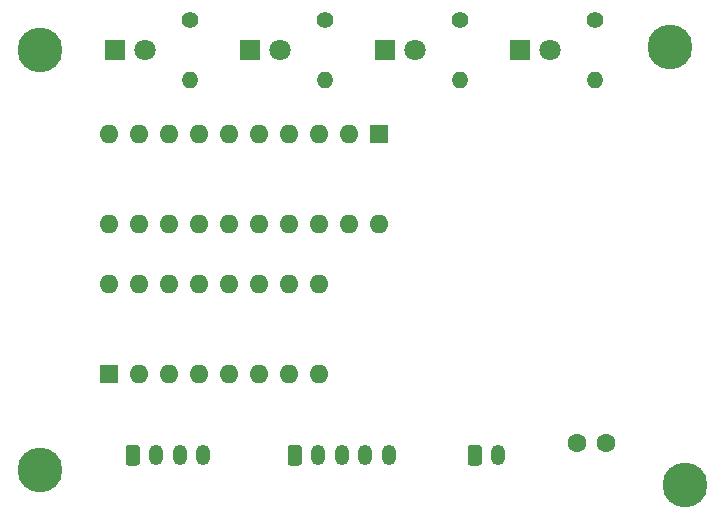
<source format=gbr>
G04 #@! TF.GenerationSoftware,KiCad,Pcbnew,(5.1.2-1)-1*
G04 #@! TF.CreationDate,2019-08-26T08:22:05+10:00*
G04 #@! TF.ProjectId,program-counter,70726f67-7261-46d2-9d63-6f756e746572,rev?*
G04 #@! TF.SameCoordinates,Original*
G04 #@! TF.FileFunction,Soldermask,Bot*
G04 #@! TF.FilePolarity,Negative*
%FSLAX46Y46*%
G04 Gerber Fmt 4.6, Leading zero omitted, Abs format (unit mm)*
G04 Created by KiCad (PCBNEW (5.1.2-1)-1) date 2019-08-26 08:22:05*
%MOMM*%
%LPD*%
G04 APERTURE LIST*
%ADD10C,3.790000*%
%ADD11C,1.600000*%
%ADD12C,1.800000*%
%ADD13R,1.800000X1.800000*%
%ADD14C,0.100000*%
%ADD15C,1.200000*%
%ADD16O,1.200000X1.750000*%
%ADD17O,1.400000X1.400000*%
%ADD18C,1.400000*%
%ADD19R,1.600000X1.600000*%
%ADD20O,1.600000X1.600000*%
G04 APERTURE END LIST*
D10*
X73660000Y-116840000D03*
X128270000Y-118110000D03*
X127000000Y-81026000D03*
X73660000Y-81280000D03*
D11*
X121626000Y-114554000D03*
X119126000Y-114554000D03*
D12*
X82550000Y-81280000D03*
D13*
X80010000Y-81280000D03*
X91440000Y-81280000D03*
D12*
X93980000Y-81280000D03*
X105410000Y-81280000D03*
D13*
X102870000Y-81280000D03*
X114300000Y-81280000D03*
D12*
X116840000Y-81280000D03*
D14*
G36*
X95624505Y-114696204D02*
G01*
X95648773Y-114699804D01*
X95672572Y-114705765D01*
X95695671Y-114714030D01*
X95717850Y-114724520D01*
X95738893Y-114737132D01*
X95758599Y-114751747D01*
X95776777Y-114768223D01*
X95793253Y-114786401D01*
X95807868Y-114806107D01*
X95820480Y-114827150D01*
X95830970Y-114849329D01*
X95839235Y-114872428D01*
X95845196Y-114896227D01*
X95848796Y-114920495D01*
X95850000Y-114944999D01*
X95850000Y-116195001D01*
X95848796Y-116219505D01*
X95845196Y-116243773D01*
X95839235Y-116267572D01*
X95830970Y-116290671D01*
X95820480Y-116312850D01*
X95807868Y-116333893D01*
X95793253Y-116353599D01*
X95776777Y-116371777D01*
X95758599Y-116388253D01*
X95738893Y-116402868D01*
X95717850Y-116415480D01*
X95695671Y-116425970D01*
X95672572Y-116434235D01*
X95648773Y-116440196D01*
X95624505Y-116443796D01*
X95600001Y-116445000D01*
X94899999Y-116445000D01*
X94875495Y-116443796D01*
X94851227Y-116440196D01*
X94827428Y-116434235D01*
X94804329Y-116425970D01*
X94782150Y-116415480D01*
X94761107Y-116402868D01*
X94741401Y-116388253D01*
X94723223Y-116371777D01*
X94706747Y-116353599D01*
X94692132Y-116333893D01*
X94679520Y-116312850D01*
X94669030Y-116290671D01*
X94660765Y-116267572D01*
X94654804Y-116243773D01*
X94651204Y-116219505D01*
X94650000Y-116195001D01*
X94650000Y-114944999D01*
X94651204Y-114920495D01*
X94654804Y-114896227D01*
X94660765Y-114872428D01*
X94669030Y-114849329D01*
X94679520Y-114827150D01*
X94692132Y-114806107D01*
X94706747Y-114786401D01*
X94723223Y-114768223D01*
X94741401Y-114751747D01*
X94761107Y-114737132D01*
X94782150Y-114724520D01*
X94804329Y-114714030D01*
X94827428Y-114705765D01*
X94851227Y-114699804D01*
X94875495Y-114696204D01*
X94899999Y-114695000D01*
X95600001Y-114695000D01*
X95624505Y-114696204D01*
X95624505Y-114696204D01*
G37*
D15*
X95250000Y-115570000D03*
D16*
X97250000Y-115570000D03*
X99250000Y-115570000D03*
X101250000Y-115570000D03*
X103250000Y-115570000D03*
D14*
G36*
X81908505Y-114696204D02*
G01*
X81932773Y-114699804D01*
X81956572Y-114705765D01*
X81979671Y-114714030D01*
X82001850Y-114724520D01*
X82022893Y-114737132D01*
X82042599Y-114751747D01*
X82060777Y-114768223D01*
X82077253Y-114786401D01*
X82091868Y-114806107D01*
X82104480Y-114827150D01*
X82114970Y-114849329D01*
X82123235Y-114872428D01*
X82129196Y-114896227D01*
X82132796Y-114920495D01*
X82134000Y-114944999D01*
X82134000Y-116195001D01*
X82132796Y-116219505D01*
X82129196Y-116243773D01*
X82123235Y-116267572D01*
X82114970Y-116290671D01*
X82104480Y-116312850D01*
X82091868Y-116333893D01*
X82077253Y-116353599D01*
X82060777Y-116371777D01*
X82042599Y-116388253D01*
X82022893Y-116402868D01*
X82001850Y-116415480D01*
X81979671Y-116425970D01*
X81956572Y-116434235D01*
X81932773Y-116440196D01*
X81908505Y-116443796D01*
X81884001Y-116445000D01*
X81183999Y-116445000D01*
X81159495Y-116443796D01*
X81135227Y-116440196D01*
X81111428Y-116434235D01*
X81088329Y-116425970D01*
X81066150Y-116415480D01*
X81045107Y-116402868D01*
X81025401Y-116388253D01*
X81007223Y-116371777D01*
X80990747Y-116353599D01*
X80976132Y-116333893D01*
X80963520Y-116312850D01*
X80953030Y-116290671D01*
X80944765Y-116267572D01*
X80938804Y-116243773D01*
X80935204Y-116219505D01*
X80934000Y-116195001D01*
X80934000Y-114944999D01*
X80935204Y-114920495D01*
X80938804Y-114896227D01*
X80944765Y-114872428D01*
X80953030Y-114849329D01*
X80963520Y-114827150D01*
X80976132Y-114806107D01*
X80990747Y-114786401D01*
X81007223Y-114768223D01*
X81025401Y-114751747D01*
X81045107Y-114737132D01*
X81066150Y-114724520D01*
X81088329Y-114714030D01*
X81111428Y-114705765D01*
X81135227Y-114699804D01*
X81159495Y-114696204D01*
X81183999Y-114695000D01*
X81884001Y-114695000D01*
X81908505Y-114696204D01*
X81908505Y-114696204D01*
G37*
D15*
X81534000Y-115570000D03*
D16*
X83534000Y-115570000D03*
X85534000Y-115570000D03*
X87534000Y-115570000D03*
D14*
G36*
X110864505Y-114696204D02*
G01*
X110888773Y-114699804D01*
X110912572Y-114705765D01*
X110935671Y-114714030D01*
X110957850Y-114724520D01*
X110978893Y-114737132D01*
X110998599Y-114751747D01*
X111016777Y-114768223D01*
X111033253Y-114786401D01*
X111047868Y-114806107D01*
X111060480Y-114827150D01*
X111070970Y-114849329D01*
X111079235Y-114872428D01*
X111085196Y-114896227D01*
X111088796Y-114920495D01*
X111090000Y-114944999D01*
X111090000Y-116195001D01*
X111088796Y-116219505D01*
X111085196Y-116243773D01*
X111079235Y-116267572D01*
X111070970Y-116290671D01*
X111060480Y-116312850D01*
X111047868Y-116333893D01*
X111033253Y-116353599D01*
X111016777Y-116371777D01*
X110998599Y-116388253D01*
X110978893Y-116402868D01*
X110957850Y-116415480D01*
X110935671Y-116425970D01*
X110912572Y-116434235D01*
X110888773Y-116440196D01*
X110864505Y-116443796D01*
X110840001Y-116445000D01*
X110139999Y-116445000D01*
X110115495Y-116443796D01*
X110091227Y-116440196D01*
X110067428Y-116434235D01*
X110044329Y-116425970D01*
X110022150Y-116415480D01*
X110001107Y-116402868D01*
X109981401Y-116388253D01*
X109963223Y-116371777D01*
X109946747Y-116353599D01*
X109932132Y-116333893D01*
X109919520Y-116312850D01*
X109909030Y-116290671D01*
X109900765Y-116267572D01*
X109894804Y-116243773D01*
X109891204Y-116219505D01*
X109890000Y-116195001D01*
X109890000Y-114944999D01*
X109891204Y-114920495D01*
X109894804Y-114896227D01*
X109900765Y-114872428D01*
X109909030Y-114849329D01*
X109919520Y-114827150D01*
X109932132Y-114806107D01*
X109946747Y-114786401D01*
X109963223Y-114768223D01*
X109981401Y-114751747D01*
X110001107Y-114737132D01*
X110022150Y-114724520D01*
X110044329Y-114714030D01*
X110067428Y-114705765D01*
X110091227Y-114699804D01*
X110115495Y-114696204D01*
X110139999Y-114695000D01*
X110840001Y-114695000D01*
X110864505Y-114696204D01*
X110864505Y-114696204D01*
G37*
D15*
X110490000Y-115570000D03*
D16*
X112490000Y-115570000D03*
D17*
X86360000Y-83820000D03*
D18*
X86360000Y-78740000D03*
X97790000Y-78740000D03*
D17*
X97790000Y-83820000D03*
X109220000Y-83820000D03*
D18*
X109220000Y-78740000D03*
X120650000Y-78740000D03*
D17*
X120650000Y-83820000D03*
D19*
X102362000Y-88392000D03*
D20*
X79502000Y-96012000D03*
X99822000Y-88392000D03*
X82042000Y-96012000D03*
X97282000Y-88392000D03*
X84582000Y-96012000D03*
X94742000Y-88392000D03*
X87122000Y-96012000D03*
X92202000Y-88392000D03*
X89662000Y-96012000D03*
X89662000Y-88392000D03*
X92202000Y-96012000D03*
X87122000Y-88392000D03*
X94742000Y-96012000D03*
X84582000Y-88392000D03*
X97282000Y-96012000D03*
X82042000Y-88392000D03*
X99822000Y-96012000D03*
X79502000Y-88392000D03*
X102362000Y-96012000D03*
D19*
X79502000Y-108712000D03*
D20*
X97282000Y-101092000D03*
X82042000Y-108712000D03*
X94742000Y-101092000D03*
X84582000Y-108712000D03*
X92202000Y-101092000D03*
X87122000Y-108712000D03*
X89662000Y-101092000D03*
X89662000Y-108712000D03*
X87122000Y-101092000D03*
X92202000Y-108712000D03*
X84582000Y-101092000D03*
X94742000Y-108712000D03*
X82042000Y-101092000D03*
X97282000Y-108712000D03*
X79502000Y-101092000D03*
M02*

</source>
